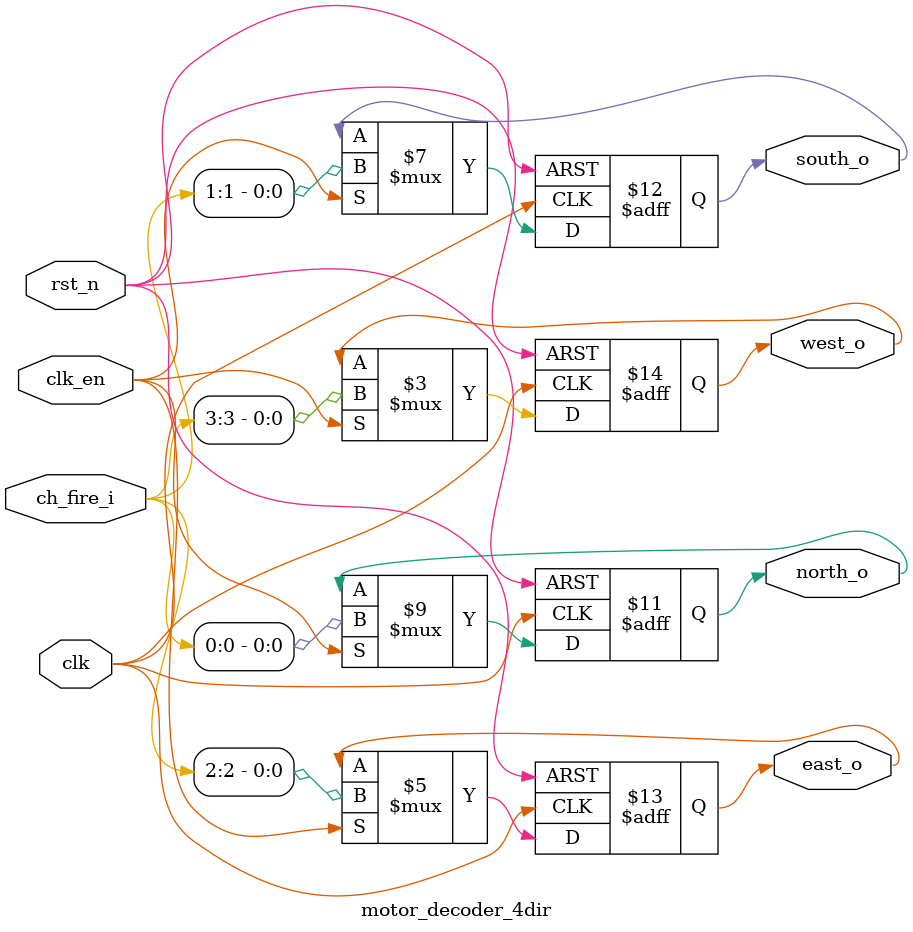
<source format=sv>
module motor_decoder_4dir(
  input  logic clk, rst_n, clk_en,
  input  logic [3:0] ch_fire_i,    // N,S,E,W
  output logic north_o, south_o, east_o, west_o // 네 방향으로 보낼 제어 신호
);
  // 순차 논리 블록: 클럭 상승엣지 또는 리셋 (하강엣지)에 반응 
  always_ff @(posedge clk or negedge rst_n) begin // rst_n이 0이면 -> 즉시 리셋
    if(!rst_n) begin north_o<=1'b0; south_o<=1'b0; east_o<=1'b0; west_o<=1'b0; end // 0으로 초기화
    else if(clk_en) begin
      north_o <= ch_fire_i[0]; // 입력 비트 0을 북쪽으로 전달 
      south_o <= ch_fire_i[1]; // 입력 비트 1을 남쪽으로 전달 
      east_o  <= ch_fire_i[2]; 
      west_o  <= ch_fire_i[3];
    end
  end
endmodule

</source>
